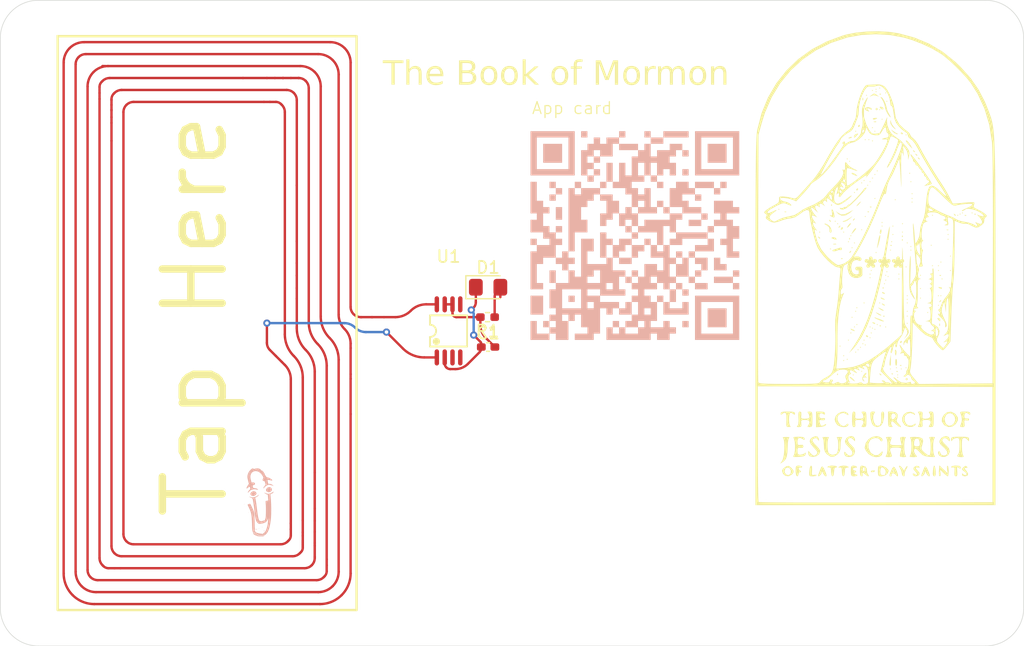
<source format=kicad_pcb>
(kicad_pcb (version 20241229) (generator "pcbnew") (generator_version "9.0")
  (layers (0 "F.Cu" signal) (2 "B.Cu" signal) (13 "F.Paste" user) (15 "B.Paste" user) (5 "F.SilkS" user "F.Silkscreen") (7 "B.SilkS" user "B.Silkscreen") (1 "F.Mask" user) (3 "B.Mask" user) (25 "Edge.Cuts" user))
  (net 0 "")
  (net 1 "Net-(D1-K)")
  (net 2 "Net-(U1-VCC)")
  (net 3 "Net-(D1-A)")
  (net 5 "Net-(U1-LA)")
  (footprint "easyeda2kicad:TSSOP-8_L3.0-W3.0-P0.65-LS4.9-BL" (layer "F.Cu") (at 108.6925 57.65)
    (property "Reference" "U1")
    (property "Value" "NT3H2111W0FHKH")
  )
  (footprint "Resistor_SMD:R_0402_1005Metric_Pad0.72x0.64mm_HandSolder" (layer "F.Cu") (at 111.9525 56.5 180)
    (property "Reference" "R1")
    (property "Value" "47Ω")
  )
  (footprint "LOGO" (layer "F.Cu") (at 144.4 52.4)
    (property "Reference" "G***")
    (property "Value" "LOGO" (hide yes))
  )
  (footprint "LED_SMD:LED_0805_2012Metric_Pad1.15x1.40mm_HandSolder" (layer "F.Cu") (at 112 54)
    (property "Reference" "D1")
    (property "Value" "LED")
  )
  (footprint "Capacitor_SMD:C_0402_1005Metric_Pad0.74x0.62mm_HandSolder" (layer "F.Cu") (at 112 59)
    (property "Reference" "C1")
    (property "Value" "220nF")
  )
  (footprint "LOGO" (layer "B.Cu") (at 92.4 72.2 180)
    (property "Reference" "G***" (hide yes))
    (property "Value" "LOGO" (hide yes))
  )
  (gr_rect (start 76 33) (end 101 81) (stroke (width 0.2)) (fill no) (layer "F.SilkS"))
  (gr_poly (pts (xy 121.366667 49.941667) (xy 121.366667 50.470833) (xy 121.366667 51) (xy 121.366667 51.529166) (xy 121.895834 51.529166) (xy 121.895834 51) (xy 121.895834 50.470833) (xy 122.425001 50.470833) (xy 122.425001 51) (xy 122.425001 51.529166) (xy 122.954167 51.529166) (xy 122.954167 51) (xy 123.483334 51) (xy 123.483334 50.470833) (xy 124.0125 50.470833) (xy 124.0125 49.941667) (xy 123.483334 49.941667) (xy 122.954167 49.941667) (xy 122.954167 50.470833) (xy 122.425001 50.470833) (xy 122.425001 49.941667) (xy 121.895834 49.941667) (xy 121.895834 49.412499) (xy 121.366667 49.412499)) (fill yes) (layer "B.SilkS"))
  (gr_poly (pts (xy 119.250001 45.708334) (xy 119.779168 45.708334) (xy 119.779168 45.179167) (xy 119.250001 45.179167)) (fill yes) (layer "B.SilkS"))
  (gr_poly (pts (xy 117.133335 46.766666) (xy 117.662501 46.766666) (xy 117.662501 46.2375) (xy 117.133335 46.2375)) (fill yes) (layer "B.SilkS"))
  (gr_poly (pts (xy 119.779168 46.2375) (xy 119.250001 46.2375) (xy 119.250001 45.708334) (xy 118.720834 45.708334) (xy 118.720834 46.2375) (xy 118.720834 46.766666) (xy 118.720834 47.295833) (xy 118.720834 47.825) (xy 118.720834 48.354167) (xy 118.720834 48.883333) (xy 118.720834 49.412499) (xy 118.720834 49.941667) (xy 118.720834 50.470833) (xy 118.720834 51) (xy 119.250001 51) (xy 119.250001 50.470833) (xy 119.250001 49.941667) (xy 119.250001 49.412499) (xy 119.779168 49.412499) (xy 120.308334 49.412499) (xy 120.308334 48.883333) (xy 120.308334 48.354167) (xy 119.779168 48.354167) (xy 119.779168 47.825) (xy 119.779168 47.295833) (xy 120.308334 47.295833) (xy 120.308334 46.766666) (xy 120.837501 46.766666) (xy 120.837501 46.2375) (xy 121.366667 46.2375) (xy 121.366667 45.708334) (xy 120.837501 45.708334) (xy 120.308334 45.708334) (xy 119.779168 45.708334)) (fill yes) (layer "B.SilkS"))
  (gr_poly (pts (xy 127.187501 42.533334) (xy 126.658334 42.533334) (xy 126.129167 42.533334) (xy 126.129167 43.0625) (xy 125.6 43.0625) (xy 125.6 42.533334) (xy 125.6 42.004167) (xy 125.070834 42.004167) (xy 125.070834 42.533334) (xy 124.541668 42.533334) (xy 124.541668 43.0625) (xy 124.0125 43.0625) (xy 124.0125 43.591667) (xy 124.0125 44.120833) (xy 124.0125 44.65) (xy 123.483334 44.65) (xy 123.483334 44.120833) (xy 123.483334 43.591667) (xy 122.954167 43.591667) (xy 122.954167 44.120833) (xy 122.954167 44.65) (xy 122.954167 45.179167) (xy 122.425001 45.179167) (xy 122.425001 45.708334) (xy 122.954167 45.708334) (xy 123.483334 45.708334) (xy 123.483334 46.2375) (xy 124.0125 46.2375) (xy 124.0125 46.766666) (xy 124.0125 47.295833) (xy 124.541668 47.295833) (xy 124.541668 46.766666) (xy 125.070834 46.766666) (xy 125.070834 47.295833) (xy 124.541668 47.295833) (xy 124.541668 47.825) (xy 125.070834 47.825) (xy 125.6 47.825) (xy 126.129167 47.825) (xy 126.129167 47.295833) (xy 125.6 47.295833) (xy 125.6 46.766666) (xy 125.6 46.2375) (xy 125.6 45.708334) (xy 125.070834 45.708334) (xy 125.070834 46.2375) (xy 124.541668 46.2375) (xy 124.541668 45.708334) (xy 124.0125 45.708334) (xy 124.0125 45.179167) (xy 124.541668 45.179167) (xy 125.070834 45.179167) (xy 125.070834 44.65) (xy 124.541668 44.65) (xy 124.541668 44.120833) (xy 124.541668 43.591667) (xy 125.070834 43.591667) (xy 125.070834 44.120833) (xy 125.070834 44.65) (xy 125.6 44.65) (xy 125.6 44.120833) (xy 125.6 43.591667) (xy 126.129167 43.591667) (xy 126.129167 44.120833) (xy 126.129167 44.65) (xy 126.658334 44.65) (xy 126.658334 44.120833) (xy 127.187501 44.120833) (xy 127.187501 44.65) (xy 127.716667 44.65) (xy 127.716667 44.120833) (xy 127.716667 43.591667) (xy 127.187501 43.591667) (xy 127.187501 43.0625) (xy 127.716667 43.0625) (xy 127.716667 42.533334) (xy 128.245833 42.533334) (xy 128.245833 42.004167) (xy 127.716667 42.004167) (xy 127.187501 42.004167)) (fill yes) (layer "B.SilkS"))
  (gr_poly (pts (xy 127.716667 54.174999) (xy 128.245833 54.174999) (xy 128.245833 53.645833) (xy 127.716667 53.645833)) (fill yes) (layer "B.SilkS"))
  (gr_poly (pts (xy 115.545835 45.708334) (xy 115.545835 46.2375) (xy 115.545835 46.766666) (xy 115.545835 47.295833) (xy 115.545835 47.825) (xy 116.075 47.825) (xy 116.075 48.354167) (xy 115.545835 48.354167) (xy 115.545835 48.883333) (xy 115.545835 49.412499) (xy 116.075 49.412499) (xy 116.604168 49.412499) (xy 116.604168 49.941667) (xy 117.133335 49.941667) (xy 117.133335 50.470833) (xy 116.604168 50.470833) (xy 116.075 50.470833) (xy 116.075 51) (xy 115.545835 51) (xy 115.545835 51.529166) (xy 115.545835 52.058333) (xy 115.545835 52.5875) (xy 115.545835 53.116666) (xy 115.545835 53.645833) (xy 115.545835 54.174999) (xy 116.075 54.174999) (xy 116.604168 54.174999) (xy 116.604168 53.645833) (xy 116.075 53.645833) (xy 116.075 53.116666) (xy 116.075 52.5875) (xy 116.075 52.058333) (xy 116.604168 52.058333) (xy 116.604168 51.529166) (xy 117.133335 51.529166) (xy 117.662501 51.529166) (xy 117.662501 52.058333) (xy 118.191667 52.058333) (xy 118.191667 52.5875) (xy 118.720834 52.5875) (xy 118.720834 52.058333) (xy 119.250001 52.058333) (xy 119.250001 51.529166) (xy 118.720834 51.529166) (xy 118.720834 51) (xy 118.191667 51) (xy 118.191667 51.529166) (xy 117.662501 51.529166) (xy 117.662501 51) (xy 117.662501 50.470833) (xy 118.191667 50.470833) (xy 118.191667 49.941667) (xy 117.662501 49.941667) (xy 117.662501 49.412499) (xy 117.133335 49.412499) (xy 117.133335 48.883333) (xy 116.604168 48.883333) (xy 116.604168 48.354167) (xy 116.604168 47.825) (xy 117.133335 47.825) (xy 117.133335 47.295833) (xy 116.604168 47.295833) (xy 116.604168 46.766666) (xy 116.075 46.766666) (xy 116.075 46.2375) (xy 116.075 45.708334) (xy 116.075 45.179167) (xy 115.545835 45.179167)) (fill yes) (layer "B.SilkS"))
  (gr_poly (pts (xy 129.304167 53.116666) (xy 129.833334 53.116666) (xy 129.833334 52.5875) (xy 129.304167 52.5875)) (fill yes) (layer "B.SilkS"))
  (gr_poly (pts (xy 121.895834 44.120833) (xy 121.895834 44.65) (xy 121.895834 45.179167) (xy 122.425001 45.179167) (xy 122.425001 44.65) (xy 122.425001 44.120833) (xy 122.425001 43.591667) (xy 121.895834 43.591667)) (fill yes) (layer "B.SilkS"))
  (gr_poly (pts (xy 127.187501 54.704166) (xy 127.187501 55.233333) (xy 127.716667 55.233333) (xy 127.716667 54.704166) (xy 127.716667 54.174999) (xy 127.187501 54.174999)) (fill yes) (layer "B.SilkS"))
  (gr_poly (pts (xy 120.837501 44.65) (xy 121.366667 44.65) (xy 121.366667 44.120833) (xy 120.837501 44.120833)) (fill yes) (layer "B.SilkS"))
  (gr_poly (pts (xy 132.479167 53.116666) (xy 133.008333 53.116666) (xy 133.008333 52.5875) (xy 132.479167 52.5875)) (fill yes) (layer "B.SilkS"))
  (gr_poly (pts (xy 130.891667 52.058333) (xy 130.891667 52.5875) (xy 131.420833 52.5875) (xy 131.95 52.5875) (xy 131.95 52.058333) (xy 131.420833 52.058333) (xy 131.420833 51.529166) (xy 130.891667 51.529166)) (fill yes) (layer "B.SilkS"))
  (gr_poly (pts (xy 117.662501 47.825) (xy 117.662501 48.354167) (xy 118.191667 48.354167) (xy 118.191667 47.825) (xy 118.191667 47.295833) (xy 117.662501 47.295833)) (fill yes) (layer "B.SilkS"))
  (gr_poly (pts (xy 128.775 51.529166) (xy 129.304167 51.529166) (xy 129.304167 51) (xy 128.775 51)) (fill yes) (layer "B.SilkS"))
  (gr_poly (pts (xy 121.366667 46.766666) (xy 121.895834 46.766666) (xy 121.895834 47.295833) (xy 121.895834 47.825) (xy 121.366667 47.825) (xy 121.366667 48.354167) (xy 121.366667 48.883333) (xy 121.895834 48.883333) (xy 121.895834 48.354167) (xy 122.425001 48.354167) (xy 122.425001 47.825) (xy 122.954167 47.825) (xy 122.954167 48.354167) (xy 122.954167 48.883333) (xy 123.483334 48.883333) (xy 123.483334 48.354167) (xy 124.0125 48.354167) (xy 124.0125 48.883333) (xy 124.541668 48.883333) (xy 124.541668 48.354167) (xy 124.541668 47.825) (xy 124.0125 47.825) (xy 124.0125 47.295833) (xy 123.483334 47.295833) (xy 123.483334 47.825) (xy 122.954167 47.825) (xy 122.954167 47.295833) (xy 122.954167 46.766666) (xy 122.425001 46.766666) (xy 122.425001 46.2375) (xy 121.895834 46.2375) (xy 121.366667 46.2375)) (fill yes) (layer "B.SilkS"))
  (gr_poly (pts (xy 126.658334 51) (xy 126.129167 51) (xy 126.129167 50.470833) (xy 125.6 50.470833) (xy 125.6 51) (xy 125.6 51.529166) (xy 126.129167 51.529166) (xy 126.658334 51.529166) (xy 126.658334 52.058333) (xy 126.658334 52.5875) (xy 126.129167 52.5875) (xy 126.129167 52.058333) (xy 125.6 52.058333) (xy 125.070834 52.058333) (xy 125.070834 52.5875) (xy 125.070834 53.116666) (xy 124.541668 53.116666) (xy 124.541668 53.645833) (xy 124.0125 53.645833) (xy 124.0125 54.174999) (xy 124.541668 54.174999) (xy 124.541668 54.704166) (xy 124.0125 54.704166) (xy 124.0125 55.233333) (xy 124.541668 55.233333) (xy 124.541668 55.7625) (xy 124.541668 56.291666) (xy 124.0125 56.291666) (xy 124.0125 56.820832) (xy 123.483334 56.820832) (xy 123.483334 57.349999) (xy 124.0125 57.349999) (xy 124.541668 57.349999) (xy 124.541668 56.820832) (xy 125.070834 56.820832) (xy 125.070834 57.349999) (xy 124.541668 57.349999) (xy 124.541668 57.879167) (xy 124.0125 57.879167) (xy 123.483334 57.879167) (xy 123.483334 57.349999) (xy 122.954167 57.349999) (xy 122.954167 57.879167) (xy 122.425001 57.879167) (xy 122.425001 57.349999) (xy 121.895834 57.349999) (xy 121.895834 57.879167) (xy 121.895834 58.408332) (xy 122.425001 58.408332) (xy 122.954167 58.408332) (xy 123.483334 58.408332) (xy 124.0125 58.408332) (xy 124.541668 58.408332) (xy 125.070834 58.408332) (xy 125.6 58.408332) (xy 125.6 57.879167) (xy 126.129167 57.879167) (xy 126.129167 58.408332) (xy 126.658334 58.408332) (xy 127.187501 58.408332) (xy 127.187501 57.879167) (xy 127.716667 57.879167) (xy 127.716667 57.349999) (xy 127.187501 57.349999) (xy 127.187501 56.820832) (xy 126.658334 56.820832) (xy 126.658334 57.349999) (xy 126.129167 57.349999) (xy 125.6 57.349999) (xy 125.6 56.820832) (xy 126.129167 56.820832) (xy 126.129167 56.291666) (xy 125.6 56.291666) (xy 125.070834 56.291666) (xy 125.070834 55.7625) (xy 125.6 55.7625) (xy 125.6 56.291666) (xy 126.129167 56.291666) (xy 126.129167 55.7625) (xy 126.129167 55.233333) (xy 125.6 55.233333) (xy 125.6 54.704166) (xy 125.070834 54.704166) (xy 125.070834 54.174999) (xy 125.6 54.174999) (xy 126.129167 54.174999) (xy 126.129167 53.645833) (xy 125.6 53.645833) (xy 125.6 53.116666) (xy 126.129167 53.116666) (xy 126.129167 53.645833) (xy 126.658334 53.645833) (xy 126.658334 54.174999) (xy 127.187501 54.174999) (xy 127.187501 53.645833) (xy 127.716667 53.645833) (xy 127.716667 53.116666) (xy 127.187501 53.116666) (xy 127.187501 52.5875) (xy 127.187501 52.058333) (xy 127.716667 52.058333) (xy 127.716667 52.5875) (xy 127.716667 53.116666) (xy 128.245833 53.116666) (xy 128.775 53.116666) (xy 128.775 52.5875) (xy 128.775 52.058333) (xy 128.775 51.529166) (xy 128.245833 51.529166) (xy 128.245833 52.058333) (xy 127.716667 52.058333) (xy 127.716667 51.529166) (xy 127.187501 51.529166) (xy 127.187501 51) (xy 127.187501 50.470833) (xy 126.658334 50.470833)) (fill yes) (layer "B.SilkS"))
  (gr_poly (pts (xy 122.425001 57.349999) (xy 122.954167 57.349999) (xy 122.954167 56.820832) (xy 122.425001 56.820832)) (fill yes) (layer "B.SilkS"))
  (gr_poly (pts (xy 115.545835 57.349999) (xy 115.545835 57.879167) (xy 115.545835 58.408332) (xy 116.075 58.408332) (xy 116.604168 58.408332) (xy 117.133335 58.408332) (xy 117.133335 57.879167) (xy 116.604168 57.879167) (xy 116.075 57.879167) (xy 116.075 57.349999) (xy 116.075 56.820832) (xy 115.545835 56.820832)) (fill yes) (layer "B.SilkS"))
  (gr_poly (pts (xy 128.245833 55.7625) (xy 127.716667 55.7625) (xy 127.187501 55.7625) (xy 127.187501 55.233333) (xy 126.658334 55.233333) (xy 126.658334 55.7625) (xy 126.658334 56.291666) (xy 127.187501 56.291666) (xy 127.716667 56.291666) (xy 128.245833 56.291666) (xy 128.775 56.291666) (xy 128.775 55.7625) (xy 128.775 55.233333) (xy 128.245833 55.233333)) (fill yes) (layer "B.SilkS"))
  (gr_poly (pts (xy 125.6 45.179167) (xy 126.129167 45.179167) (xy 126.129167 44.65) (xy 125.6 44.65)) (fill yes) (layer "B.SilkS"))
  (gr_poly (pts (xy 129.304167 52.058333) (xy 129.833334 52.058333) (xy 129.833334 52.5875) (xy 130.3625 52.5875) (xy 130.3625 52.058333) (xy 130.3625 51.529166) (xy 129.833334 51.529166) (xy 129.304167 51.529166)) (fill yes) (layer "B.SilkS"))
  (gr_poly (pts (xy 128.245833 57.349999) (xy 128.775 57.349999) (xy 128.775 56.820832) (xy 128.245833 56.820832)) (fill yes) (layer "B.SilkS"))
  (gr_poly (pts (xy 130.3625 50.470833) (xy 129.833334 50.470833) (xy 129.304167 50.470833) (xy 129.304167 51) (xy 129.833334 51) (xy 130.3625 51) (xy 130.891667 51) (xy 130.891667 50.470833) (xy 130.891667 49.941667) (xy 130.3625 49.941667)) (fill yes) (layer "B.SilkS"))
  (gr_poly (pts (xy 124.0125 53.116666) (xy 124.541668 53.116666) (xy 124.541668 52.5875) (xy 124.0125 52.5875)) (fill yes) (layer "B.SilkS"))
  (gr_poly (pts (xy 125.070834 41.475) (xy 125.6 41.475) (xy 125.6 40.945834) (xy 125.070834 40.945834)) (fill yes) (layer "B.SilkS"))
  (gr_poly (pts (xy 130.3625 49.412499) (xy 130.891667 49.412499) (xy 130.891667 48.883333) (xy 130.3625 48.883333)) (fill yes) (layer "B.SilkS"))
  (gr_poly (pts (xy 126.129167 45.708334) (xy 126.658334 45.708334) (xy 126.658334 45.179167) (xy 126.129167 45.179167)) (fill yes) (layer "B.SilkS"))
  (gr_poly (pts (xy 123.483334 53.645833) (xy 124.0125 53.645833) (xy 124.0125 53.116666) (xy 123.483334 53.116666)) (fill yes) (layer "B.SilkS"))
  (gr_poly (pts (xy 126.129167 55.233333) (xy 126.658334 55.233333) (xy 126.658334 54.704166) (xy 126.129167 54.704166)) (fill yes) (layer "B.SilkS"))
  (gr_poly (pts (xy 127.716667 45.708334) (xy 127.187501 45.708334) (xy 127.187501 46.2375) (xy 127.187501 46.766666) (xy 127.187501 47.295833) (xy 127.716667 47.295833) (xy 128.245833 47.295833) (xy 128.245833 47.825) (xy 128.775 47.825) (xy 129.304167 47.825) (xy 129.833334 47.825) (xy 129.833334 47.295833) (xy 129.304167 47.295833) (xy 128.775 47.295833) (xy 128.775 46.766666) (xy 128.245833 46.766666) (xy 128.245833 46.2375) (xy 128.775 46.2375) (xy 129.304167 46.2375) (xy 129.304167 45.708334) (xy 128.775 45.708334) (xy 128.775 45.179167) (xy 128.245833 45.179167) (xy 127.716667 45.179167)) (fill yes) (layer "B.SilkS"))
  (gr_poly (pts (xy 124.0125 49.941667) (xy 124.541668 49.941667) (xy 124.541668 49.412499) (xy 124.0125 49.412499)) (fill yes) (layer "B.SilkS"))
  (gr_poly (pts (xy 130.3625 42.533334) (xy 130.3625 43.0625) (xy 130.3625 43.591667) (xy 130.891667 43.591667) (xy 131.420833 43.591667) (xy 131.95 43.591667) (xy 131.95 43.0625) (xy 131.95 42.533334) (xy 131.95 42.004167) (xy 131.420833 42.004167) (xy 130.891667 42.004167) (xy 130.3625 42.004167)) (fill yes) (layer "B.SilkS"))
  (gr_poly (pts (xy 120.308334 45.179167) (xy 120.837501 45.179167) (xy 120.837501 44.65) (xy 120.308334 44.65)) (fill yes) (layer "B.SilkS"))
  (gr_poly (pts (xy 129.304167 55.233333) (xy 129.304167 55.7625) (xy 129.304167 56.291666) (xy 129.304167 56.820832) (xy 129.304167 57.349999) (xy 129.304167 57.879167) (xy 129.304167 58.408332) (xy 129.833334 58.408332) (xy 130.3625 58.408332) (xy 130.891667 58.408332) (xy 131.420833 58.408332) (xy 131.95 58.408332) (xy 132.479167 58.408332) (xy 133.008333 58.408332) (xy 133.008333 57.879167) (xy 133.008333 57.349999) (xy 133.008333 56.820832) (xy 133.008333 56.291666) (xy 133.008333 55.7625) (xy 132.479167 55.7625) (xy 132.479167 56.291666) (xy 132.479167 56.820832) (xy 132.479167 57.349999) (xy 132.479167 57.879167) (xy 131.95 57.879167) (xy 131.420833 57.879167) (xy 130.891667 57.879167) (xy 130.3625 57.879167) (xy 129.833334 57.879167) (xy 129.833334 57.349999) (xy 129.833334 56.820832) (xy 129.833334 56.291666) (xy 129.833334 55.7625) (xy 129.833334 55.233333) (xy 130.3625 55.233333) (xy 130.891667 55.233333) (xy 131.420833 55.233333) (xy 131.95 55.233333) (xy 132.479167 55.233333) (xy 132.479167 55.7625) (xy 133.008333 55.7625) (xy 133.008333 55.233333) (xy 133.008333 54.704166) (xy 132.479167 54.704166) (xy 131.95 54.704166) (xy 131.420833 54.704166) (xy 130.891667 54.704166) (xy 130.3625 54.704166) (xy 129.833334 54.704166) (xy 129.304167 54.704166)) (fill yes) (layer "B.SilkS"))
  (gr_poly (pts (xy 129.304167 54.174999) (xy 129.833334 54.174999) (xy 130.3625 54.174999) (xy 130.3625 53.645833) (xy 129.833334 53.645833) (xy 129.304167 53.645833)) (fill yes) (layer "B.SilkS"))
  (gr_poly (pts (xy 128.775 48.883333) (xy 129.304167 48.883333) (xy 129.833334 48.883333) (xy 129.833334 48.354167) (xy 129.304167 48.354167) (xy 128.775 48.354167)) (fill yes) (layer "B.SilkS"))
  (gr_poly (pts (xy 119.779168 41.475) (xy 120.308334 41.475) (xy 120.308334 40.945834) (xy 119.779168 40.945834)) (fill yes) (layer "B.SilkS"))
  (gr_poly (pts (xy 130.891667 53.645833) (xy 131.420833 53.645833) (xy 131.95 53.645833) (xy 132.479167 53.645833) (xy 132.479167 53.116666) (xy 131.95 53.116666) (xy 131.420833 53.116666) (xy 130.891667 53.116666)) (fill yes) (layer "B.SilkS"))
  (gr_poly (pts (xy 127.716667 51.529166) (xy 128.245833 51.529166) (xy 128.245833 51) (xy 127.716667 51)) (fill yes) (layer "B.SilkS"))
  (gr_poly (pts (xy 115.545835 41.475) (xy 115.545835 42.004167) (xy 115.545835 42.533334) (xy 115.545835 43.0625) (xy 115.545835 43.591667) (xy 115.545835 44.120833) (xy 115.545835 44.65) (xy 116.075 44.65) (xy 116.604168 44.65) (xy 117.133335 44.65) (xy 117.662501 44.65) (xy 118.191667 44.65) (xy 118.720834 44.65) (xy 119.250001 44.65) (xy 119.250001 44.120833) (xy 119.250001 43.591667) (xy 119.250001 43.0625) (xy 119.250001 42.533334) (xy 119.250001 42.004167) (xy 118.720834 42.004167) (xy 118.720834 42.533334) (xy 118.720834 43.0625) (xy 118.720834 43.591667) (xy 118.720834 44.120833) (xy 118.191667 44.120833) (xy 117.662501 44.120833) (xy 117.133335 44.120833) (xy 116.604168 44.120833) (xy 116.075 44.120833) (xy 116.075 43.591667) (xy 116.075 43.0625) (xy 116.075 42.533334) (xy 116.075 42.004167) (xy 116.075 41.475) (xy 116.604168 41.475) (xy 117.133335 41.475) (xy 117.662501 41.475) (xy 118.191667 41.475) (xy 118.720834 41.475) (xy 118.720834 42.004167) (xy 119.250001 42.004167) (xy 119.250001 41.475) (xy 119.250001 40.945834) (xy 118.720834 40.945834) (xy 118.191667 40.945834) (xy 117.662501 40.945834) (xy 117.133335 40.945834) (xy 116.604168 40.945834) (xy 116.075 40.945834) (xy 115.545835 40.945834)) (fill yes) (layer "B.SilkS"))
  (gr_poly (pts (xy 121.895834 42.004167) (xy 121.366667 42.004167) (xy 121.366667 41.475) (xy 120.837501 41.475) (xy 120.837501 42.004167) (xy 120.308334 42.004167) (xy 120.308334 42.533334) (xy 119.779168 42.533334) (xy 119.779168 43.0625) (xy 119.779168 43.591667) (xy 119.779168 44.120833) (xy 119.779168 44.65) (xy 120.308334 44.65) (xy 120.308334 44.120833) (xy 120.837501 44.120833) (xy 120.837501 43.591667) (xy 120.308334 43.591667) (xy 120.308334 43.0625) (xy 120.837501 43.0625) (xy 120.837501 42.533334) (xy 121.366667 42.533334) (xy 121.366667 43.0625) (xy 121.895834 43.0625) (xy 122.425001 43.0625) (xy 122.425001 42.533334) (xy 122.425001 42.004167) (xy 122.954167 42.004167) (xy 122.954167 41.475) (xy 122.425001 41.475) (xy 121.895834 41.475)) (fill yes) (layer "B.SilkS"))
  (gr_poly (pts (xy 122.954167 42.533334) (xy 123.483334 42.533334) (xy 124.0125 42.533334) (xy 124.541668 42.533334) (xy 124.541668 42.004167) (xy 124.0125 42.004167) (xy 123.483334 42.004167) (xy 122.954167 42.004167)) (fill yes) (layer "B.SilkS"))
  (gr_poly (pts (xy 122.954167 41.475) (xy 123.483334 41.475) (xy 123.483334 40.945834) (xy 122.954167 40.945834)) (fill yes) (layer "B.SilkS"))
  (gr_poly (pts (xy 128.775 53.645833) (xy 129.304167 53.645833) (xy 129.304167 53.116666) (xy 128.775 53.116666)) (fill yes) (layer "B.SilkS"))
  (gr_poly (pts (xy 117.133335 45.708334) (xy 117.662501 45.708334) (xy 117.662501 45.179167) (xy 117.133335 45.179167)) (fill yes) (layer "B.SilkS"))
  (gr_poly (pts (xy 128.245833 44.65) (xy 128.775 44.65) (xy 128.775 44.120833) (xy 128.245833 44.120833)) (fill yes) (layer "B.SilkS"))
  (gr_poly (pts (xy 126.658334 41.475) (xy 127.187501 41.475) (xy 127.716667 41.475) (xy 128.245833 41.475) (xy 128.775 41.475) (xy 128.775 40.945834) (xy 128.245833 40.945834) (xy 127.716667 40.945834) (xy 127.187501 40.945834) (xy 126.658334 40.945834)) (fill yes) (layer "B.SilkS"))
  (gr_poly (pts (xy 127.187501 48.354167) (xy 126.658334 48.354167) (xy 126.129167 48.354167) (xy 125.6 48.354167) (xy 125.070834 48.354167) (xy 125.070834 48.883333) (xy 124.541668 48.883333) (xy 124.541668 49.412499) (xy 125.070834 49.412499) (xy 125.6 49.412499) (xy 126.129167 49.412499) (xy 126.129167 49.941667) (xy 126.129167 50.470833) (xy 126.658334 50.470833) (xy 126.658334 49.941667) (xy 126.658334 49.412499) (xy 126.658334 48.883333) (xy 127.187501 48.883333) (xy 127.187501 49.412499) (xy 127.716667 49.412499) (xy 127.716667 48.883333) (xy 127.716667 48.354167) (xy 128.245833 48.354167) (xy 128.245833 47.825) (xy 127.716667 47.825) (xy 127.187501 47.825)) (fill yes) (layer "B.SilkS"))
  (gr_poly (pts (xy 115.545835 50.470833) (xy 116.075 50.470833) (xy 116.075 49.941667) (xy 115.545835 49.941667)) (fill yes) (layer "B.SilkS"))
  (gr_poly (pts (xy 116.604168 42.533334) (xy 116.604168 43.0625) (xy 116.604168 43.591667) (xy 117.133335 43.591667) (xy 117.662501 43.591667) (xy 118.191667 43.591667) (xy 118.191667 43.0625) (xy 118.191667 42.533334) (xy 118.191667 42.004167) (xy 117.662501 42.004167) (xy 117.133335 42.004167) (xy 116.604168 42.004167)) (fill yes) (layer "B.SilkS"))
  (gr_poly (pts (xy 125.6 42.004167) (xy 126.129167 42.004167) (xy 126.658334 42.004167) (xy 126.658334 41.475) (xy 126.129167 41.475) (xy 125.6 41.475)) (fill yes) (layer "B.SilkS"))
  (gr_poly (pts (xy 120.837501 43.591667) (xy 121.366667 43.591667) (xy 121.366667 43.0625) (xy 120.837501 43.0625)) (fill yes) (layer "B.SilkS"))
  (gr_poly (pts (xy 121.366667 45.708334) (xy 121.895834 45.708334) (xy 121.895834 45.179167) (xy 121.366667 45.179167)) (fill yes) (layer "B.SilkS"))
  (gr_poly (pts (xy 126.658334 47.825) (xy 127.187501 47.825) (xy 127.187501 47.295833) (xy 126.658334 47.295833)) (fill yes) (layer "B.SilkS"))
  (gr_poly (pts (xy 128.245833 54.704166) (xy 128.775 54.704166) (xy 128.775 54.174999) (xy 128.245833 54.174999)) (fill yes) (layer "B.SilkS"))
  (gr_poly (pts (xy 119.779168 50.470833) (xy 119.779168 51) (xy 119.779168 51.529166) (xy 119.779168 52.058333) (xy 119.779168 52.5875) (xy 119.779168 53.116666) (xy 119.250001 53.116666) (xy 119.250001 52.5875) (xy 118.720834 52.5875) (xy 118.720834 53.116666) (xy 118.720834 53.645833) (xy 118.191667 53.645833) (xy 117.662501 53.645833) (xy 117.662501 54.174999) (xy 117.133335 54.174999) (xy 117.133335 54.704166) (xy 117.133335 55.233333) (xy 117.133335 55.7625) (xy 117.662501 55.7625) (xy 117.662501 56.291666) (xy 117.133335 56.291666) (xy 117.133335 56.820832) (xy 117.662501 56.820832) (xy 117.662501 57.349999) (xy 117.133335 57.349999) (xy 117.133335 57.879167) (xy 117.662501 57.879167) (xy 117.662501 58.408332) (xy 118.191667 58.408332) (xy 118.720834 58.408332) (xy 118.720834 57.879167) (xy 118.720834 57.349999) (xy 118.720834 56.820832) (xy 118.191667 56.820832) (xy 118.191667 56.291666) (xy 118.720834 56.291666) (xy 118.720834 56.820832) (xy 119.250001 56.820832) (xy 119.250001 56.291666) (xy 119.779168 56.291666) (xy 119.779168 56.820832) (xy 119.779168 57.349999) (xy 120.308334 57.349999) (xy 120.308334 57.879167) (xy 119.779168 57.879167) (xy 119.250001 57.879167) (xy 119.250001 58.408332) (xy 119.779168 58.408332) (xy 120.308334 58.408332) (xy 120.837501 58.408332) (xy 120.837501 57.879167) (xy 121.366667 57.879167) (xy 121.366667 57.349999) (xy 121.366667 56.820832) (xy 121.366667 56.291666) (xy 121.366667 55.7625) (xy 120.837501 55.7625) (xy 120.308334 55.7625) (xy 120.308334 55.233333) (xy 120.837501 55.233333) (xy 120.837501 55.7625) (xy 121.366667 55.7625) (xy 121.895834 55.7625) (xy 121.895834 56.291666) (xy 122.425001 56.291666) (xy 122.425001 55.7625) (xy 122.954167 55.7625) (xy 122.954167 56.291666) (xy 123.483334 56.291666) (xy 124.0125 56.291666) (xy 124.0125 55.7625) (xy 124.0125 55.233333) (xy 123.483334 55.233333) (xy 123.483334 55.7625) (xy 122.954167 55.7625) (xy 122.954167 55.233333) (xy 122.425001 55.233333) (xy 121.895834 55.233333) (xy 121.366667 55.233333) (xy 121.366667 54.704166) (xy 120.837501 54.704166) (xy 120.308334 54.704166) (xy 119.779168 54.704166) (xy 119.779168 55.233333) (xy 119.779168 55.7625) (xy 119.250001 55.7625) (xy 118.720834 55.7625) (xy 118.191667 55.7625) (xy 118.191667 55.233333) (xy 118.191667 54.704166) (xy 118.191667 54.174999) (xy 118.720834 54.174999) (xy 119.250001 54.174999) (xy 119.779168 54.174999) (xy 119.779168 54.704166) (xy 120.308334 54.704166) (xy 120.308334 54.174999) (xy 120.837501 54.174999) (xy 121.366667 54.174999) (xy 121.366667 54.704166) (xy 121.895834 54.704166) (xy 122.425001 54.704166) (xy 122.954167 54.704166) (xy 123.483334 54.704166) (xy 123.483334 54.174999) (xy 122.954167 54.174999) (xy 122.425001 54.174999) (xy 121.895834 54.174999) (xy 121.895834 53.645833) (xy 122.425001 53.645833) (xy 122.425001 54.174999) (xy 122.954167 54.174999) (xy 122.954167 53.645833) (xy 122.954167 53.116666) (xy 121.366667 53.116666) (xy 121.366667 53.645833) (xy 120.837501 53.645833) (xy 120.308334 53.645833) (xy 120.308334 53.116666) (xy 120.837501 53.116666) (xy 120.837501 52.5875) (xy 121.366667 52.5875) (xy 121.366667 53.116666) (xy 122.954167 53.116666) (xy 123.483334 53.116666) (xy 123.483334 52.5875) (xy 122.954167 52.5875) (xy 122.425001 52.5875) (xy 122.425001 52.058333) (xy 122.425001 51.529166) (xy 121.895834 51.529166) (xy 121.895834 52.058333) (xy 121.366667 52.058333) (xy 120.837501 52.058333) (xy 120.308334 52.058333) (xy 120.308334 51.529166) (xy 120.308334 51) (xy 120.837501 51) (xy 120.837501 50.470833) (xy 120.837501 49.941667) (xy 120.308334 49.941667) (xy 119.779168 49.941667)) (fill yes) (layer "B.SilkS"))
  (gr_poly (pts (xy 117.133335 53.116666) (xy 117.133335 53.645833) (xy 117.662501 53.645833) (xy 117.662501 53.116666) (xy 117.662501 52.5875) (xy 117.133335 52.5875)) (fill yes) (layer "B.SilkS"))
  (gr_poly (pts (xy 117.662501 49.412499) (xy 118.191667 49.412499) (xy 118.191667 48.883333) (xy 117.662501 48.883333)) (fill yes) (layer "B.SilkS"))
  (gr_poly (pts (xy 129.304167 41.475) (xy 129.304167 42.004167) (xy 129.304167 42.533334) (xy 129.304167 43.0625) (xy 129.304167 43.591667) (xy 129.304167 44.120833) (xy 129.304167 44.65) (xy 129.833334 44.65) (xy 130.3625 44.65) (xy 130.891667 44.65) (xy 131.420833 44.65) (xy 131.95 44.65) (xy 132.479167 44.65) (xy 133.008333 44.65) (xy 133.008333 44.120833) (xy 133.008333 43.591667) (xy 133.008333 43.0625) (xy 133.008333 42.533334) (xy 133.008333 42.004167) (xy 132.479167 42.004167) (xy 132.479167 42.533334) (xy 132.479167 43.0625) (xy 132.479167 43.591667) (xy 132.479167 44.120833) (xy 131.95 44.120833) (xy 131.420833 44.120833) (xy 130.891667 44.120833) (xy 130.3625 44.120833) (xy 129.833334 44.120833) (xy 129.833334 43.591667) (xy 129.833334 43.0625) (xy 129.833334 42.533334) (xy 129.833334 42.004167) (xy 129.833334 41.475) (xy 130.3625 41.475) (xy 130.891667 41.475) (xy 131.420833 41.475) (xy 131.95 41.475) (xy 132.479167 41.475) (xy 132.479167 42.004167) (xy 133.008333 42.004167) (xy 133.008333 41.475) (xy 133.008333 40.945834) (xy 132.479167 40.945834) (xy 131.95 40.945834) (xy 131.420833 40.945834) (xy 130.891667 40.945834) (xy 130.3625 40.945834) (xy 129.833334 40.945834) (xy 129.304167 40.945834)) (fill yes) (layer "B.SilkS"))
  (gr_poly (pts (xy 117.662501 46.2375) (xy 118.191667 46.2375) (xy 118.191667 45.708334) (xy 117.662501 45.708334)) (fill yes) (layer "B.SilkS"))
  (gr_poly (pts (xy 126.129167 47.295833) (xy 126.658334 47.295833) (xy 126.658334 46.766666) (xy 126.129167 46.766666)) (fill yes) (layer "B.SilkS"))
  (gr_poly (pts (xy 116.604168 57.349999) (xy 117.133335 57.349999) (xy 117.133335 56.820832) (xy 116.604168 56.820832)) (fill yes) (layer "B.SilkS"))
  (gr_poly (pts (xy 122.954167 52.058333) (xy 123.483334 52.058333) (xy 124.0125 52.058333) (xy 124.0125 51.529166) (xy 123.483334 51.529166) (xy 122.954167 51.529166)) (fill yes) (layer "B.SilkS"))
  (gr_poly (pts (xy 129.833334 48.354167) (xy 130.3625 48.354167) (xy 130.3625 47.825) (xy 129.833334 47.825)) (fill yes) (layer "B.SilkS"))
  (gr_poly (pts (xy 130.891667 46.2375) (xy 131.420833 46.2375) (xy 131.420833 45.708334) (xy 130.891667 45.708334)) (fill yes) (layer "B.SilkS"))
  (gr_poly (pts (xy 132.479167 54.174999) (xy 133.008333 54.174999) (xy 133.008333 53.645833) (xy 132.479167 53.645833)) (fill yes) (layer "B.SilkS"))
  (gr_poly (pts (xy 115.545835 55.233333) (xy 115.545835 55.7625) (xy 115.545835 56.291666) (xy 116.075 56.291666) (xy 116.604168 56.291666) (xy 116.604168 55.7625) (xy 116.604168 55.233333) (xy 116.604168 54.704166) (xy 116.075 54.704166) (xy 115.545835 54.704166)) (fill yes) (layer "B.SilkS"))
  (gr_poly (pts (xy 130.3625 56.291666) (xy 130.3625 56.820832) (xy 130.3625 57.349999) (xy 130.891667 57.349999) (xy 131.420833 57.349999) (xy 131.95 57.349999) (xy 131.95 56.820832) (xy 131.95 56.291666) (xy 131.95 55.7625) (xy 131.420833 55.7625) (xy 130.891667 55.7625) (xy 130.3625 55.7625)) (fill yes) (layer "B.SilkS"))
  (gr_poly (pts (xy 130.891667 47.295833) (xy 130.891667 47.825) (xy 131.420833 47.825) (xy 131.420833 48.354167) (xy 130.891667 48.354167) (xy 130.891667 48.883333) (xy 131.420833 48.883333) (xy 131.95 48.883333) (xy 131.95 49.412499) (xy 131.95 49.941667) (xy 131.420833 49.941667) (xy 131.420833 50.470833) (xy 131.95 50.470833) (xy 131.95 51) (xy 131.95 51.529166) (xy 132.479167 51.529166) (xy 133.008333 51.529166) (xy 133.008333 51) (xy 132.479167 51) (xy 132.479167 50.470833) (xy 132.479167 49.941667) (xy 133.008333 49.941667) (xy 133.008333 49.412499) (xy 133.008333 48.883333) (xy 132.479167 48.883333) (xy 132.479167 48.354167) (xy 131.95 48.354167) (xy 131.95 47.825) (xy 132.479167 47.825) (xy 133.008333 47.825) (xy 133.008333 47.295833) (xy 132.479167 47.295833) (xy 132.479167 46.766666) (xy 131.95 46.766666) (xy 131.420833 46.766666) (xy 130.891667 46.766666)) (fill yes) (layer "B.SilkS"))
  (gr_poly (pts (xy 128.245833 43.0625) (xy 128.775 43.0625) (xy 128.775 42.533334) (xy 128.245833 42.533334)) (fill yes) (layer "B.SilkS"))
  (gr_poly (pts (xy 123.483334 49.412499) (xy 124.0125 49.412499) (xy 124.0125 48.883333) (xy 123.483334 48.883333)) (fill yes) (layer "B.SilkS"))
  (gr_poly (pts (xy 124.0125 51) (xy 124.0125 51.529166) (xy 124.541668 51.529166) (xy 124.541668 51) (xy 125.070834 51) (xy 125.070834 50.470833) (xy 124.541668 50.470833) (xy 124.0125 50.470833)) (fill yes) (layer "B.SilkS"))
  (gr_poly (pts (xy 125.070834 50.470833) (xy 125.6 50.470833) (xy 125.6 49.941667) (xy 125.070834 49.941667)) (fill yes) (layer "B.SilkS"))
  (gr_poly (pts (xy 127.716667 49.941667) (xy 127.187501 49.941667) (xy 127.187501 50.470833) (xy 127.716667 50.470833) (xy 128.245833 50.470833) (xy 128.245833 49.941667) (xy 128.775 49.941667) (xy 129.304167 49.941667) (xy 129.833334 49.941667) (xy 130.3625 49.941667) (xy 130.3625 49.412499) (xy 129.833334 49.412499) (xy 129.304167 49.412499) (xy 128.775 49.412499) (xy 128.245833 49.412499) (xy 127.716667 49.412499)) (fill yes) (layer "B.SilkS"))
  (gr_poly (pts (xy 129.304167 46.766666) (xy 129.833334 46.766666) (xy 129.833334 46.2375) (xy 129.304167 46.2375)) (fill yes) (layer "B.SilkS"))
  (gr_poly (pts (xy 131.420833 45.708334) (xy 131.95 45.708334) (xy 131.95 45.179167) (xy 131.420833 45.179167)) (fill yes) (layer "B.SilkS"))
  (gr_poly (pts (xy 129.304167 45.708334) (xy 129.833334 45.708334) (xy 130.3625 45.708334) (xy 130.891667 45.708334) (xy 130.891667 45.179167) (xy 130.3625 45.179167) (xy 129.833334 45.179167) (xy 129.304167 45.179167)) (fill yes) (layer "B.SilkS"))
  (gr_poly (pts (xy 118.720834 55.233333) (xy 119.250001 55.233333) (xy 119.250001 54.704166) (xy 118.720834 54.704166)) (fill yes) (layer "B.SilkS"))
  (gr_line (start 74.38 30) (end 153.62 30) (stroke (width 0.05)) (layer "Edge.Cuts"))
  (gr_arc (start 156.8 80.82) (mid 155.8686 83.0686) (end 153.62 84) (stroke (width 0.05)) (layer "Edge.Cuts"))
  (gr_arc (start 153.62 30) (mid 155.8686 30.9314) (end 156.8 33.18) (stroke (width 0.05)) (layer "Edge.Cuts"))
  (gr_line (start 156.8 33.18) (end 156.8 80.82) (stroke (width 0.05)) (layer "Edge.Cuts"))
  (gr_arc (start 74.38 84) (mid 72.1314 83.0686) (end 71.2 80.82) (stroke (width 0.05)) (layer "Edge.Cuts"))
  (gr_line (start 71.2 80.82) (end 71.2 33.18) (stroke (width 0.05)) (layer "Edge.Cuts"))
  (gr_arc (start 71.2 33.18) (mid 72.1314 30.9314) (end 74.38 30) (stroke (width 0.05)) (layer "Edge.Cuts"))
  (gr_line (start 153.62 84) (end 74.38 84) (stroke (width 0.05)) (layer "Edge.Cuts"))
  (gr_text "App card" (at 115.6 39.6 0) (layer "F.SilkS") (effects (font (size 1 1) (thickness 0.1)) (justify left bottom)))
  (gr_text "The Book of Mormon" (at 103.2 37.4 0) (layer "F.SilkS") (effects (font (size 2 2) (thickness 0.1)) (justify left bottom)))
  (gr_text "Tap Here" (at 90.4 73.6 90) (layer "F.SilkS") (effects (font (size 5 5) (thickness 0.625)) (justify left bottom)))
  (segment (start 110.794668 58.002042) (end 111.355959 58.563344) (width 0.2) (layer "F.Cu") (net 1))
  (segment (start 110.307906 60.411907) (end 111.280147 59.439684) (width 0.2) (layer "F.Cu") (net 1))
  (segment (start 110.975009 55.249171) (end 110.975 54) (width 0.2) (layer "F.Cu") (net 1))
  (segment (start 108.372502 60.379105) (end 108.3725 59.87) (width 0.2) (layer "F.Cu") (net 1))
  (segment (start 110.593753 55.9) (end 110.784382 55.709378) (width 0.2) (layer "F.Cu") (net 1))
  (segment (start 111.432508 59.07183) (end 111.432504 58.964579) (width 0.2) (layer "F.Cu") (net 1))
  (segment (start 111.432496 58.748112) (end 111.432504 58.964579) (width 0.2) (layer "F.Cu") (net 1))
  (segment (start 108.839392 60.845999) (end 109.259903 60.845999) (width 0.2) (layer "F.Cu") (net 1))
  (via (at 110.794668 58.002042) (size 0.6) (drill 0.3) (layers "F.Cu" "B.Cu") (net 1))
  (via (at 110.593753 55.9) (size 0.6) (drill 0.3) (layers "F.Cu" "B.Cu") (net 1))
  (arc (start 111.432508 59.07183) (mid 111.392915 59.270911) (end 111.280147 59.439684) (width 0.2) (layer "F.Cu") (net 1))
  (arc (start 108.509251 60.709248) (mid 108.660721 60.810458) (end 108.839392 60.845999) (width 0.2) (layer "F.Cu") (net 1))
  (arc (start 111.355959 58.563344) (mid 111.412602 58.648116) (end 111.432496 58.748112) (width 0.2) (layer "F.Cu") (net 1))
  (arc (start 110.307906 60.411907) (mid 109.827077 60.733182) (end 109.259903 60.845999) (width 0.2) (layer "F.Cu") (net 1))
  (arc (start 108.372502 60.379105) (mid 108.408042 60.557776) (end 108.509251 60.709248) (width 0.2) (layer "F.Cu") (net 1))
  (arc (start 110.975009 55.249171) (mid 110.925467 55.498234) (end 110.784382 55.709378) (width 0.2) (layer "F.Cu") (net 1))
  (segment (start 110.694215 56.000455) (end 110.593753 55.9) (width 0.2) (layer "B.Cu") (net 1))
  (segment (start 110.794676 56.242981) (end 110.794668 58.002042) (width 0.2) (layer "B.Cu") (net 1))
  (arc (start 110.694215 56.000455) (mid 110.768567 56.111726) (end 110.794676 56.242981) (width 0.2) (layer "B.Cu") (net 1))
  (segment (start 111.355 56.5) (end 111.35499 57.143753) (width 0.2) (layer "F.Cu") (net 2))
  (segment (start 109.0225 55.43) (end 108.3725 55.43) (width 0.2) (layer "F.Cu") (net 2))
  (segment (start 109.0225 55.43) (end 109.022505 56.167112) (width 0.2) (layer "F.Cu") (net 2))
  (segment (start 111.810187 58.242704) (end 112.5675 59) (width 0.2) (layer "F.Cu") (net 2))
  (segment (start 111.355 56.5) (end 109.355384 56.499999) (width 0.2) (layer "F.Cu") (net 2))
  (arc (start 109.022505 56.167112) (mid 109.047844 56.294501) (end 109.120003 56.402498) (width 0.2) (layer "F.Cu") (net 2))
  (arc (start 111.35499 57.143753) (mid 111.473287 57.738502) (end 111.810187 58.242704) (width 0.2) (layer "F.Cu") (net 2))
  (arc (start 109.120003 56.402498) (mid 109.227996 56.474659) (end 109.355384 56.499999) (width 0.2) (layer "F.Cu") (net 2))
  (segment (start 113.024963 54.335946) (end 113.025 54.83) (width 0.2) (layer "F.Cu") (net 3))
  (segment (start 112.55 54.810802) (end 112.55 56.5) (width 0.2) (layer "F.Cu") (net 3))
  (arc (start 113.024963 54.335946) (mid 112.939079 54.207421) (end 112.78747 54.237572) (width 0.2) (layer "F.Cu") (net 3))
  (arc (start 112.78747 54.237572) (mid 112.611717 54.500566) (end 112.55 54.810802) (width 0.2) (layer "F.Cu") (net 3))
  (segment (start 96 54.067569) (end 96 54.961865) (width 0.2) (layer "F.Cu") (net 5))
  (segment (start 106.66625 59.87) (end 107.7125 59.87) (width 0.2) (layer "F.Cu") (net 5))
  (segment (start 81.249999 77.499999) (end 96.646445 77.49998) (width 0.2) (layer "F.Cu") (net 5))
  (segment (start 81.249999 77.499999) (end 80.749997 77.5) (width 0.2) (layer "F.Cu") (net 5))
  (segment (start 97.792891 79.499999) (end 79.207106 79.499999) (width 0.2) (layer "F.Cu") (net 5))
  (segment (start 96.5 74.786611) (end 96.5 75.213388) (width 0.2) (layer "F.Cu") (net 5))
  (segment (start 100.5 61.656856) (end 100.5 61.272972) (width 0.2) (layer "F.Cu") (net 5))
  (segment (start 96.146446 36.5) (end 95.5 36.5) (width 0.2) (layer "F.Cu") (net 5))
  (segment (start 103.292893 56.5) (end 102.323223 56.5) (width 0.2) (layer "F.Cu") (net 5))
  (segment (start 93.5 57) (end 93.5 58.646445) (width 0.2) (layer "F.Cu") (net 5))
  (segment (start 91.5 36.499999) (end 93.5 36.5) (width 0.2) (layer "F.Cu") (net 5))
  (segment (start 96.499989 75.786606) (end 96.499996 75.646445) (width 0.2) (layer "F.Cu") (net 5))
  (segment (start 96.5 75.5) (end 96.499996 75.646445) (width 0.2) (layer "F.Cu") (net 5))
  (segment (start 98.499999 76.75) (end 98.5 77.25) (width 0.2) (layer "F.Cu") (net 5))
  (segment (start 79.5 76.646448) (end 79.5 38.25) (width 0.2) (layer "F.Cu") (net 5))
  (segment (start 81.353553 76.499999) (end 95.646449 76.499999) (width 0.2) (layer "F.Cu") (net 5))
  (segment (start 80.5 38.749999) (end 80.5 39.146446) (width 0.2) (layer "F.Cu") (net 5))
  (segment (start 78.499997 37.207106) (end 78.499978 77.64645) (width 0.2) (layer "F.Cu") (net 5))
  (segment (start 94.838388 36.5) (end 94.853554 36.5) (width 0.2) (layer "F.Cu") (net 5))
  (segment (start 97.999999 37.207106) (end 98.000016 56.439338) (width 0.2) (layer "F.Cu") (net 5))
  (segment (start 96.99998 37.353557) (end 96.999998 56.939338) (width 0.2) (layer "F.Cu") (net 5))
  (segment (start 97.5 75.609838) (end 97.5 75.390165) (width 0.2) (layer "F.Cu") (net 5))
  (segment (start 96 51.977477) (end 96 53.022523) (width 0.2) (layer "F.Cu") (net 5))
  (segment (start 96.749989 36.750004) (end 96.739268 36.739282) (width 0.2) (layer "F.Cu") (net 5))
  (segment (start 95.000015 57.939338) (end 94.99998 39.35356) (width 0.2) (layer "F.Cu") (net 5))
  (segment (start 95.499999 73.75) (end 95.499983 61.70711) (width 0.2) (layer "F.Cu") (net 5))
  (segment (start 94.249999 38.499992) (end 93.75 38.5) (width 0.2) (layer "F.Cu") (net 5))
  (segment (start 79.823228 77.323214) (end 79.750003 77.249992) (width 0.2) (layer "F.Cu") (net 5))
  (segment (start 82.353562 75.49998) (end 94.646441 75.49998) (width 0.2) (layer "F.Cu") (net 5))
  (segment (start 97.5 75.609838) (end 97.49999 76.536607) (width 0.2) (layer "F.Cu") (net 5))
  (segment (start 97.5 74.463388) (end 97.5 75.390165) (width 0.2) (layer "F.Cu") (net 5))
  (segment (start 96.146446 36.5) (end 96.161611 36.5) (width 0.2) (layer "F.Cu") (net 5))
  (segment (start 96.5 75.353554) (end 96.5 75.5) (width 0.2) (layer "F.Cu") (net 5))
  (segment (start 97.646444 78.49998) (end 79.353557 78.499998) (width 0.2) (layer "F.Cu") (net 5))
  (segment (start 80.5 40.25) (end 80.5 41.75) (width 0.2) (layer "F.Cu") (net 5))
  (segment (start 97.499999 69.5) (end 97.499999 61.060656) (width 0.2) (layer "F.Cu") (net 5))
  (segment (start 100.500001 59.09099) (end 100.5 61.272972) (width 0.2) (layer "F.Cu") (net 5))
  (segment (start 80.5 39.224111) (end 80.5 39.775888) (width 0.2) (layer "F.Cu") (net 5))
  (segment (start 96 53.022523) (end 96 54.067569) (width 0.2) (layer "F.Cu") (net 5))
  (segment (start 80.5 40.25) (end 80.5 39.775888) (width 0.2) (layer "F.Cu") (net 5))
  (segment (start 100.5 61.656856) (end 100.499998 64.606605) (width 0.2) (layer "F.Cu") (net 5))
  (segment (start 100.499998 64.606605) (end 100.499984 77.939334) (width 0.2) (layer "F.Cu") (net 5))
  (segment (start 95.499999 73.75) (end 95.5 74.25) (width 0.2) (layer "F.Cu") (net 5))
  (segment (start 95.99998 38.353557) (end 95.999995 45.470568) (width 0.2) (layer "F.Cu") (net 5))
  (segment (start 80.5 41.75) (end 80.5 75.646445) (width 0.2) (layer "F.Cu") (net 5))
  (segment (start 98.792891 33.5) (end 78.207106 33.5) (width 0.2) (layer "F.Cu") (net 5))
  (segment (start 100.500001 58.707106) (end 100.500001 59.09099) (width 0.2) (layer "F.Cu") (net 5))
  (segment (start 80.250003 77.499993) (end 80.749997 77.5) (width 0.2) (layer "F.Cu") (net 5))
  (segment (start 95.249995 75.249989) (end 95.323218 75.17677) (width 0.2) (layer "F.Cu") (net 5))
  (segment (start 91.5 36.499999) (end 80.353554 36.499999) (width 0.2) (layer "F.Cu") (net 5))
  (segment (start 96 50.156855) (end 96 51.977477) (width 0.2) (layer "F.Cu") (net 5))
  (segment (start 76.5 77.939342) (end 76.5 35.207106) (width 0.2) (layer "F.Cu") (net 5))
  (segment (start 98.249987 78.249985) (end 98.323209 78.176765) (width 0.2) (layer "F.Cu") (net 5))
  (segment (start 97.5 73.536611) (end 97.5 74.463388) (width 0.2) (layer "F.Cu") (net 5))
  (segment (start 94.838388 36.5) (end 94.161611 36.5) (width 0.2) (layer "F.Cu") (net 5))
  (segment (start 96.5 75.353554) (end 96.5 75.213388) (width 0.2) (layer "F.Cu") (net 5))
  (segment (start 97.499987 76.646445) (end 97.49999 76.536607) (width 0.2) (layer "F.Cu") (net 5))
  (segment (start 106.826604 55.429999) (end 107.7125 55.43) (width 0.2) (layer "F.Cu") (net 5))
  (segment (start 103.292893 56.5) (end 104.243394 56.5) (width 0.2) (layer "F.Cu") (net 5))
  (segment (start 99.499983 60.06066) (end 99.499999 77.792891) (width 0.2) (layer "F.Cu") (net 5))
  (segment (start 96.000008 57.439335) (end 96.000008 57.320616) (width 0.2) (layer "F.Cu") (net 5))
  (segment (start 93.75 59.249999) (end 94.25 59.75) (width 0.2) (layer "F.Cu") (net 5))
  (segment (start 80.5 38.275887) (end 80.5 38.353552) (width 0.2) (layer "F.Cu") (net 5))
  (segment (start 94.749992 38.749996) (end 94.676774 38.676771) (width 0.2) (layer "F.Cu") (net 5))
  (segment (start 79.75 35.5) (end 80 35.5) (width 0.2) (layer "F.Cu") (net 5))
  (segment (start 94.749996 60.250003) (end 94.999991 60.500003) (width 0.2) (layer "F.Cu") (net 5))
  (segment (start 79.5 37.75) (end 79.5 38.25) (width 0.2) (layer "F.Cu") (net 5))
  (segment (start 95.5 36.5) (end 94.853554 36.5) (width 0.2) (layer "F.Cu") (net 5))
  (segment (start 80.207108 35.5) (end 96.292892 35.5) (width 0.2) (layer "F.Cu") (net 5))
  (segment (start 102.323223 56.5) (end 102.257578 56.5) (width 0.2) (layer "F.Cu") (net 5))
  (segment (start 93.25 38.499999) (end 93.75 38.5) (width 0.2) (layer "F.Cu") (net 5))
  (segment (start 81.353552 37.5) (end 95.146449 37.5) (width 0.2) (layer "F.Cu") (net 5))
  (segment (start 80.5 39.224111) (end 80.5 39.146446) (width 0.2) (layer "F.Cu") (net 5))
  (segment (start 98.5 77.25) (end 98.499992 77.749996) (width 0.2) (layer "F.Cu") (net 5))
  (segment (start 82.353548 38.499979) (end 93.25 38.499999) (width 0.2) (layer "F.Cu") (net 5))
  (segment (start 96.499999 73.5) (end 96.5 74.5) (width 0.2) (layer "F.Cu") (net 5))
  (segment (start 80.75 37.75) (end 80.695083 37.804917) (width 0.2) (layer "F.Cu") (net 5))
  (segment (start 97.5 72.5) (end 97.5 73.536611) (width 0.2) (layer "F.Cu") (net 5))
  (segment (start 96 54.961865) (end 96.000008 57.320616) (width 0.2) (layer "F.Cu") (net 5))
  (segment (start 96.349098 76.15088) (end 96.249989 76.249995) (width 0.2) (layer "F.Cu") (net 5))
  (segment (start 96.499999 73.5) (end 96.499984 61.56066) (width 0.2) (layer "F.Cu") (net 5))
  (segment (start 98.499999 60.56066) (end 98.499999 76.75) (width 0.2) (layer "F.Cu") (net 5))
  (segment (start 79.060663 80.499983) (end 97.939341 80.499999) (width 0.2) (layer "F.Cu") (net 5))
  (segment (start 100.5 55.646449) (end 100.500001 35.207106) (width 0.2) (layer "F.Cu") (net 5))
  (segment (start 101.353557 56.499988) (end 101.419198 56.49999) (width 0.2) (layer "F.Cu") (net 5))
  (segment (start 97.792891 34.5) (end 78.353552 34.5) (width 0.2) (layer "F.Cu") (net 5))
  (segment (start 79.676775 36.823224) (end 79.75 36.75) (width 0.2) (layer "F.Cu") (net 5))
  (segment (start 94.161611 36.5) (end 93.5 36.5) (width 0.2) (layer "F.Cu") (net 5))
  (segment (start 104.880189 59.130189) (end 103.5 57.75) (width 0.2) (layer "F.Cu") (net 5))
  (segment (start 101.419198 56.49999) (end 102.257578 56.5) (width 0.2) (layer "F.Cu") (net 5))
  (segment (start 77.5 35.353552) (end 77.5 77.792892) (width 0.2) (layer "F.Cu") (net 5))
  (segment (start 99.500001 36.207106) (end 99.5 56.292891) (width 0.2) (layer "F.Cu") (net 5))
  (segment (start 95.5 74.25) (end 95.5 74.749999) (width 0.2) (layer "F.Cu") (net 5))
  (segment (start 79.5 37.25) (end 79.5 37.75) (width 0.2) (layer "F.Cu") (net 5))
  (segment (start 95.999995 45.470568) (end 96 50.156855) (width 0.2) (layer "F.Cu") (net 5))
  (segment (start 81.5 39.353557) (end 81.499978 74.646453) (width 0.2) (layer "F.Cu") (net 5))
  (segment (start 94.25 59.75) (end 94.749996 60.250003) (width 0.2) (layer "F.Cu") (net 5))
  (segment (start 96.5 74.5) (end 96.5 74.786611) (width 0.2) (layer "F.Cu") (net 5))
  (segment (start 97.499999 69.5) (end 97.5 72.5) (width 0.2) (layer "F.Cu") (net 5))
  (segment (start 80.5 38.353552) (end 80.5 38.749999) (width 0.2) (layer "F.Cu") (net 5))
  (via (at 93.5 57) (size 0.6) (drill 0.3) (layers "F.Cu" "B.Cu") (net 5))
  (via (at 103.5 57.75) (size 0.6) (drill 0.3) (layers "F.Cu" "B.Cu") (net 5))
  (arc (start 78.207106 33.5) (mid 77.553825 33.629946) (end 77 34) (width 0.2) (layer "F.Cu") (net 5))
  (arc (start 79.75 35.5) (mid 79.75 35.5) (end 79.75 35.5) (width 0.2) (layer "F.Cu") (net 5))
  (arc (start 97.499999 36) (mid 97.870053 36.553825) (end 97.999999 37.207106) (width 0.2) (layer "F.Cu") (net 5))
  (arc (start 94.749992 38.749996) (mid 94.93501 39.026917) (end 94.99998 39.35356) (width 0.2) (layer "F.Cu") (net 5))
  (arc (start 97.499987 76.646445) (mid 97.43501 76.973078) (end 97.249985 77.249985) (width 0.2) (layer "F.Cu") (net 5))
  (arc (start 104.880189 59.130189) (mid 105.69964 59.677729) (end 106.66625 59.87) (width 0.2) (layer "F.Cu") (net 5))
  (arc (start 80.695083 37.804917) (mid 80.5507 38.021) (end 80.5 38.275887) (width 0.2) (layer "F.Cu") (net 5))
  (arc (start 95.5 74.749999) (mid 95.454055 74.980967) (end 95.323218 75.17677) (width 0.2) (layer "F.Cu") (net 5))
  (arc (start 98.499992 77.749996) (mid 98.454044 77.980962) (end 98.323209 78.176765) (width 0.2) (layer "F.Cu") (net 5))
  (arc (start 78.999999 35.999999) (mid 78.629943 36.553824) (end 78.499997 37.207106) (width 0.2) (layer "F.Cu") (net 5))
  (arc (start 81.749993 75.249994) (mid 82.026916 75.435011) (end 82.353562 75.49998) (width 0.2) (layer "F.Cu") (net 5))
  (arc (start 100 33.999999) (mid 100.370055 34.553824) (end 100.500001 35.207106) (width 0.2) (layer "F.Cu") (net 5))
  (arc (start 80.207108 35.5) (mid 79.553825 35.629945) (end 78.999999 35.999999) (width 0.2) (layer "F.Cu") (net 5))
  (arc (start 77 34) (mid 76.629946 34.553825) (end 76.5 35.207106) (width 0.2) (layer "F.Cu") (net 5))
  (arc (start 99 34.999999) (mid 99.370055 35.553824) (end 99.500001 36.207106) (width 0.2) (layer "F.Cu") (net 5))
  (arc (start 79.676775 36.823224) (mid 79.545942 37.01903) (end 79.5 37.25) (width 0.2) (layer "F.Cu") (net 5))
  (arc (start 97.499999 36) (mid 96.946173 35.629945) (end 96.292892 35.5) (width 0.2) (layer "F.Cu") (net 5))
  (arc (start 77.250003 79.749991) (mid 78.080742 80.305066) (end 79.060663 80.499983) (width 0.2) (layer "F.Cu") (net 5))
  (arc (start 77.5 77.792892) (mid 77.629945 78.446173) (end 78 78.999999) (width 0.2) (layer "F.Cu") (net 5))
  (arc (start 96.000008 57.439335) (mid 96.19493 58.419256) (end 96.750008 59.249996) (width 0.2) (layer "F.Cu") (net 5))
  (arc (start 98.000016 56.439338) (mid 98.19493 57.419257) (end 98.75 58.249999) (width 0.2) (layer "F.Cu") (net 5))
  (arc (start 76.5 77.939342) (mid 76.694919 78.919259) (end 77.250003 79.749991) (width 0.2) (layer "F.Cu") (net 5))
  (arc (start 77.75 34.75) (mid 77.564973 35.026912) (end 77.5 35.353552) (width 0.2) (layer "F.Cu") (net 5))
  (arc (start 78.353552 34.5) (mid 78.026912 34.564973) (end 77.75 34.75) (width 0.2) (layer "F.Cu") (net 5))
  (arc (start 78 78.999999) (mid 78.553825 79.370053) (end 79.207106 79.499999) (width 0.2) (layer "F.Cu") (net 5))
  (arc (start 100.000001 57.499999) (mid 100.370055 58.053824) (end 100.500001 58.707106) (width 0.2) (layer "F.Cu") (net 5))
  (arc (start 96.739268 36.739282) (mid 96.474238 36.562187) (end 96.161611 36.5) (width 0.2) (layer "F.Cu") (net 5))
  (arc (start 93.5 58.646445) (mid 93.564972 58.973086) (end 93.75 59.249999) (width 0.2) (layer "F.Cu") (net 5))
  (arc (start 95.75 59.749999) (mid 96.305069 60.58074) (end 96.499984 61.56066) (width 0.2) (layer "F.Cu") (net 5))
  (arc (start 79.5 76.646448) (mid 79.564973 76.973085) (end 79.750003 77.249992) (width 0.2) (layer "F.Cu") (net 5))
  (arc (start 100.750004 56.249989) (mid 101.026918 56.435011) (end 101.353557 56.499988) (width 0.2) (layer "F.Cu") (net 5))
  (arc (start 95.249995 75.249989) (mid 94.97308 75.435009) (end 94.646441 75.49998) (width 0.2) (layer "F.Cu") (net 5))
  (arc (start 96.749989 36.750004) (mid 96.935009 37.026918) (end 96.99998 37.353557) (width 0.2) (layer "F.Cu") (net 5))
  (arc (start 97.939341 80.499999) (mid 98.919259 80.305079) (end 99.749991 79.749996) (width 0.2) (layer "F.Cu") (net 5))
  (arc (start 99.499999 77.792891) (mid 99.370053 78.446173) (end 98.999999 78.999999) (width 0.2) (layer "F.Cu") (net 5))
  (arc (start 98.75 58.249999) (mid 99.305069 59.08074) (end 99.499983 60.06066) (width 0.2) (layer "F.Cu") (net 5))
  (arc (start 78.749989 78.250003) (mid 79.02691 78.435027) (end 79.353557 78.499998) (width 0.2) (layer "F.Cu") (net 5))
  (arc (start 97.792891 79.499999) (mid 98.446173 79.370053) (end 98.999999 78.999999) (width 0.2) (layer "F.Cu") (net 5))
  (arc (start 81.499978 74.646453) (mid 81.564955 74.973091) (end 81.749993 75.249994) (width 0.2) (layer "F.Cu") (net 5))
  (arc (start 97.749999 58.749999) (mid 98.30508 59.580737) (end 98.499999 60.56066) (width 0.2) (layer "F.Cu") (net 5))
  (arc (start 99 34.999999) (mid 98.446173 34.629945) (end 97.792891 34.5) (width 0.2) (layer "F.Cu") (net 5))
  (arc (start 100.5 55.646449) (mid 100.564974 55.973084) (end 100.750004 56.249989) (width 0.2) (layer "F.Cu") (net 5))
  (arc (start 106.826604 55.429999) (mid 106.127592 55.56904) (end 105.534999 55.964999) (width 0.2) (layer "F.Cu") (net 5))
  (arc (start 105.534999 55.964999) (mid 104.942405 56.360957) (end 104.243394 56.5) (width 0.2) (layer "F.Cu") (net 5))
  (arc (start 96.750008 59.249996) (mid 97.305082 60.080735) (end 97.499999 61.060656) (width 0.2) (layer "F.Cu") (net 5))
  (arc (start 96.499989 75.786606) (mid 96.460769 75.983748) (end 96.349098 76.15088) (width 0.2) (layer "F.Cu") (net 5))
  (arc (start 99.5 56.292891) (mid 99.629946 56.946173) (end 100.000001 57.499999) (width 0.2) (layer "F.Cu") (net 5))
  (arc (start 97.249985 77.249985) (mid 96.973078 77.435008) (end 96.646445 77.49998) (width 0.2) (layer "F.Cu") (net 5))
  (arc (start 80.5 75.646445) (mid 80.564972 75.973086) (end 80.75 76.249999) (width 0.2) (layer "F.Cu") (net 5))
  (arc (start 80.75 76.249999) (mid 81.026912 76.435026) (end 81.353553 76.499999) (width 0.2) (layer "F.Cu") (net 5))
  (arc (start 81.749996 38.749989) (mid 81.564972 39.02691) (end 81.5 39.353557) (width 0.2) (layer "F.Cu") (net 5))
  (arc (start 95.646449 76.499999) (mid 95.973084 76.435025) (end 96.249989 76.249995) (width 0.2) (layer "F.Cu") (net 5))
  (arc (start 82.353548 38.499979) (mid 82.026905 38.564954) (end 81.749996 38.749989) (width 0.2) (layer "F.Cu") (net 5))
  (arc (start 81.353552 37.5) (mid 81.026912 37.564973) (end 80.75 37.75) (width 0.2) (layer "F.Cu") (net 5))
  (arc (start 94.676774 38.676771) (mid 94.480971 38.545932) (end 94.249999 38.499992) (width 0.2) (layer "F.Cu") (net 5))
  (arc (start 95.749989 37.750004) (mid 95.935009 38.026918) (end 95.99998 38.353557) (width 0.2) (layer "F.Cu") (net 5))
  (arc (start 100 33.999999) (mid 99.446173 33.629945) (end 98.792891 33.5) (width 0.2) (layer "F.Cu") (net 5))
  (arc (start 98.249987 78.249985) (mid 97.973078 78.435008) (end 97.646444 78.49998) (width 0.2) (layer "F.Cu") (net 5))
  (arc (start 95.000015 57.939338) (mid 95.19493 58.919257) (end 95.75 59.749999) (width 0.2) (layer "F.Cu") (net 5))
  (arc (start 78.499978 77.64645) (mid 78.564953 77.973092) (end 78.749989 78.250003) (width 0.2) (layer "F.Cu") (net 5))
  (arc (start 100.499984 77.939334) (mid 100.305066 78.919255) (end 99.749991 79.749996) (width 0.2) (layer "F.Cu") (net 5))
  (arc (start 79.823228 77.323214) (mid 80.019034 77.454046) (end 80.250003 77.499993) (width 0.2) (layer "F.Cu") (net 5))
  (arc (start 95.749989 37.750004) (mid 95.473084 37.564974) (end 95.146449 37.5) (width 0.2) (layer "F.Cu") (net 5))
  (arc (start 80.353554 36.499999) (mid 80.026912 36.564972) (end 79.75 36.75) (width 0.2) (layer "F.Cu") (net 5))
  (arc (start 94.999991 60.500003) (mid 95.370039 61.05383) (end 95.499983 61.70711) (width 0.2) (layer "F.Cu") (net 5))
  (arc (start 96.999998 56.939338) (mid 97.194917 57.91926) (end 97.749999 58.749999) (width 0.2) (layer "F.Cu") (net 5))
  (segment (start 99.969668 57) (end 93.5 57) (width 0.2) (layer "B.Cu") (net 5))
  (segment (start 103.5 57.75) (end 101.78033 57.749999) (width 0.2) (layer "B.Cu") (net 5))
  (arc (start 100.874999 57.374999) (mid 100.459629 57.097459) (end 99.969668 57) (width 0.2) (layer "B.Cu") (net 5))
  (arc (start 100.874999 57.374999) (mid 101.290368 57.652539) (end 101.78033 57.749999) (width 0.2) (layer "B.Cu") (net 5))
)
</source>
